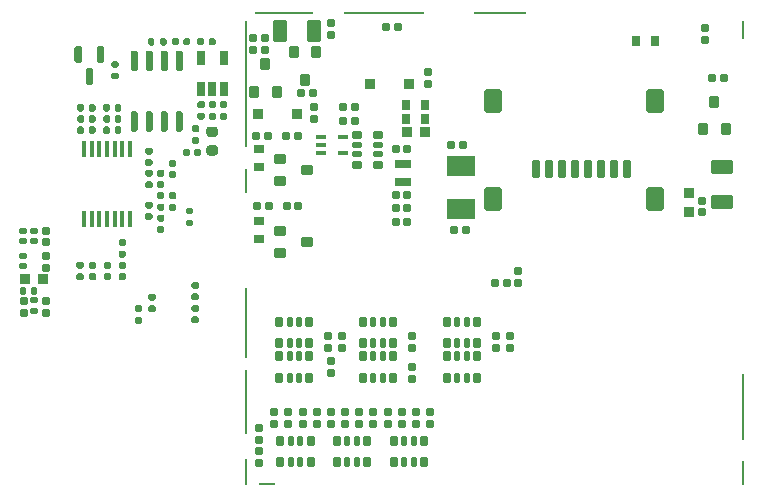
<source format=gbp>
G75*
G70*
%OFA0B0*%
%FSLAX25Y25*%
%IPPOS*%
%LPD*%
%AMOC8*
5,1,8,0,0,1.08239X$1,22.5*
%
%AMM1*
21,1,0.027560,0.018900,0.000000,0.000000,0.000000*
21,1,0.022840,0.023620,0.000000,0.000000,0.000000*
1,1,0.004720,0.011420,-0.009450*
1,1,0.004720,-0.011420,-0.009450*
1,1,0.004720,-0.011420,0.009450*
1,1,0.004720,0.011420,0.009450*
%
%AMM2*
21,1,0.027560,0.030710,0.000000,0.000000,0.000000*
21,1,0.022050,0.036220,0.000000,0.000000,0.000000*
1,1,0.005510,0.011020,-0.015350*
1,1,0.005510,-0.011020,-0.015350*
1,1,0.005510,-0.011020,0.015350*
1,1,0.005510,0.011020,0.015350*
%
%AMM3*
21,1,0.027560,0.018900,0.000000,0.000000,90.000000*
21,1,0.022840,0.023620,0.000000,0.000000,90.000000*
1,1,0.004720,0.009450,0.011420*
1,1,0.004720,0.009450,-0.011420*
1,1,0.004720,-0.009450,-0.011420*
1,1,0.004720,-0.009450,0.011420*
%
%AMM31*
21,1,0.025590,0.026380,0.000000,0.000000,0.000000*
21,1,0.020470,0.031500,0.000000,0.000000,0.000000*
1,1,0.005120,0.010240,-0.013190*
1,1,0.005120,-0.010240,-0.013190*
1,1,0.005120,-0.010240,0.013190*
1,1,0.005120,0.010240,0.013190*
%
%AMM32*
21,1,0.017720,0.027950,0.000000,0.000000,0.000000*
21,1,0.014170,0.031500,0.000000,0.000000,0.000000*
1,1,0.003540,0.007090,-0.013980*
1,1,0.003540,-0.007090,-0.013980*
1,1,0.003540,-0.007090,0.013980*
1,1,0.003540,0.007090,0.013980*
%
%AMM33*
21,1,0.078740,0.045670,0.000000,0.000000,90.000000*
21,1,0.067320,0.057090,0.000000,0.000000,90.000000*
1,1,0.011420,0.022840,0.033660*
1,1,0.011420,0.022840,-0.033660*
1,1,0.011420,-0.022840,-0.033660*
1,1,0.011420,-0.022840,0.033660*
%
%AMM34*
21,1,0.059060,0.020470,0.000000,0.000000,90.000000*
21,1,0.053940,0.025590,0.000000,0.000000,90.000000*
1,1,0.005120,0.010240,0.026970*
1,1,0.005120,0.010240,-0.026970*
1,1,0.005120,-0.010240,-0.026970*
1,1,0.005120,-0.010240,0.026970*
%
%AMM35*
21,1,0.035430,0.030320,0.000000,0.000000,180.000000*
21,1,0.028350,0.037400,0.000000,0.000000,180.000000*
1,1,0.007090,-0.014170,0.015160*
1,1,0.007090,0.014170,0.015160*
1,1,0.007090,0.014170,-0.015160*
1,1,0.007090,-0.014170,-0.015160*
%
%AMM36*
21,1,0.035830,0.026770,0.000000,0.000000,0.000000*
21,1,0.029130,0.033470,0.000000,0.000000,0.000000*
1,1,0.006690,0.014570,-0.013390*
1,1,0.006690,-0.014570,-0.013390*
1,1,0.006690,-0.014570,0.013390*
1,1,0.006690,0.014570,0.013390*
%
%AMM37*
21,1,0.070870,0.036220,0.000000,0.000000,0.000000*
21,1,0.061810,0.045280,0.000000,0.000000,0.000000*
1,1,0.009060,0.030910,-0.018110*
1,1,0.009060,-0.030910,-0.018110*
1,1,0.009060,-0.030910,0.018110*
1,1,0.009060,0.030910,0.018110*
%
%AMM38*
21,1,0.012600,0.028980,0.000000,0.000000,270.000000*
21,1,0.010080,0.031500,0.000000,0.000000,270.000000*
1,1,0.002520,-0.014490,-0.005040*
1,1,0.002520,-0.014490,0.005040*
1,1,0.002520,0.014490,0.005040*
1,1,0.002520,0.014490,-0.005040*
%
%AMM39*
21,1,0.025590,0.026380,0.000000,0.000000,270.000000*
21,1,0.020470,0.031500,0.000000,0.000000,270.000000*
1,1,0.005120,-0.013190,-0.010240*
1,1,0.005120,-0.013190,0.010240*
1,1,0.005120,0.013190,0.010240*
1,1,0.005120,0.013190,-0.010240*
%
%AMM4*
21,1,0.033470,0.026770,0.000000,0.000000,0.000000*
21,1,0.026770,0.033470,0.000000,0.000000,0.000000*
1,1,0.006690,0.013390,-0.013390*
1,1,0.006690,-0.013390,-0.013390*
1,1,0.006690,-0.013390,0.013390*
1,1,0.006690,0.013390,0.013390*
%
%AMM40*
21,1,0.017720,0.027950,0.000000,0.000000,270.000000*
21,1,0.014170,0.031500,0.000000,0.000000,270.000000*
1,1,0.003540,-0.013980,-0.007090*
1,1,0.003540,-0.013980,0.007090*
1,1,0.003540,0.013980,0.007090*
1,1,0.003540,0.013980,-0.007090*
%
%AMM41*
21,1,0.027560,0.049610,0.000000,0.000000,270.000000*
21,1,0.022050,0.055120,0.000000,0.000000,270.000000*
1,1,0.005510,-0.024800,-0.011020*
1,1,0.005510,-0.024800,0.011020*
1,1,0.005510,0.024800,0.011020*
1,1,0.005510,0.024800,-0.011020*
%
%AMM42*
21,1,0.070870,0.036220,0.000000,0.000000,90.000000*
21,1,0.061810,0.045280,0.000000,0.000000,90.000000*
1,1,0.009060,0.018110,0.030910*
1,1,0.009060,0.018110,-0.030910*
1,1,0.009060,-0.018110,-0.030910*
1,1,0.009060,-0.018110,0.030910*
%
%AMM43*
21,1,0.033470,0.026770,0.000000,0.000000,270.000000*
21,1,0.026770,0.033470,0.000000,0.000000,270.000000*
1,1,0.006690,-0.013390,-0.013390*
1,1,0.006690,-0.013390,0.013390*
1,1,0.006690,0.013390,0.013390*
1,1,0.006690,0.013390,-0.013390*
%
%AMM5*
21,1,0.027560,0.030710,0.000000,0.000000,90.000000*
21,1,0.022050,0.036220,0.000000,0.000000,90.000000*
1,1,0.005510,0.015350,0.011020*
1,1,0.005510,0.015350,-0.011020*
1,1,0.005510,-0.015350,-0.011020*
1,1,0.005510,-0.015350,0.011020*
%
%AMM6*
21,1,0.035430,0.030320,0.000000,0.000000,90.000000*
21,1,0.028350,0.037400,0.000000,0.000000,90.000000*
1,1,0.007090,0.015160,0.014170*
1,1,0.007090,0.015160,-0.014170*
1,1,0.007090,-0.015160,-0.014170*
1,1,0.007090,-0.015160,0.014170*
%
%AMM88*
21,1,0.023620,0.018900,0.000000,-0.000000,90.000000*
21,1,0.018900,0.023620,0.000000,-0.000000,90.000000*
1,1,0.004720,0.009450,0.009450*
1,1,0.004720,0.009450,-0.009450*
1,1,0.004720,-0.009450,-0.009450*
1,1,0.004720,-0.009450,0.009450*
%
%AMM89*
21,1,0.019680,0.019680,0.000000,-0.000000,180.000000*
21,1,0.015750,0.023620,0.000000,-0.000000,180.000000*
1,1,0.003940,-0.007870,0.009840*
1,1,0.003940,0.007870,0.009840*
1,1,0.003940,0.007870,-0.009840*
1,1,0.003940,-0.007870,-0.009840*
%
%AMM90*
21,1,0.033470,0.026770,0.000000,-0.000000,180.000000*
21,1,0.026770,0.033470,0.000000,-0.000000,180.000000*
1,1,0.006690,-0.013390,0.013390*
1,1,0.006690,0.013390,0.013390*
1,1,0.006690,0.013390,-0.013390*
1,1,0.006690,-0.013390,-0.013390*
%
%AMM91*
21,1,0.019680,0.019680,0.000000,-0.000000,270.000000*
21,1,0.015750,0.023620,0.000000,-0.000000,270.000000*
1,1,0.003940,-0.009840,-0.007870*
1,1,0.003940,-0.009840,0.007870*
1,1,0.003940,0.009840,0.007870*
1,1,0.003940,0.009840,-0.007870*
%
%ADD107M31*%
%ADD108M32*%
%ADD109M33*%
%ADD110M34*%
%ADD111M35*%
%ADD112M36*%
%ADD113M37*%
%ADD114M38*%
%ADD116R,0.09449X0.06693*%
%ADD117M39*%
%ADD118M40*%
%ADD119M41*%
%ADD120M42*%
%ADD121M43*%
%ADD18R,0.00787X0.09055*%
%ADD185R,0.01772X0.05709*%
%ADD186R,0.02559X0.04803*%
%ADD19R,0.00787X0.42126*%
%ADD20R,0.00787X0.08268*%
%ADD21R,0.00787X0.23622*%
%ADD210M88*%
%ADD211M89*%
%ADD212M90*%
%ADD213M91*%
%ADD22R,0.00787X0.21260*%
%ADD23R,0.05512X0.00787*%
%ADD24R,0.19685X0.00787*%
%ADD25R,0.26772X0.00787*%
%ADD26R,0.17717X0.00787*%
%ADD27R,0.00787X0.06299*%
%ADD28R,0.00787X0.22441*%
%ADD29R,0.00787X0.07874*%
%ADD45M1*%
%ADD47M2*%
%ADD48M3*%
%ADD51M4*%
%ADD52M5*%
%ADD54M6*%
X0000000Y0000000D02*
%LPD*%
G01*
D18*
X0194252Y0120591D03*
D19*
X0194252Y0249724D03*
D20*
X0194252Y0217441D03*
D21*
X0194252Y0170000D03*
D22*
X0194252Y0143622D03*
D23*
X0201339Y0116457D03*
D24*
X0206850Y0273543D03*
D25*
X0240315Y0273543D03*
D26*
X0279095Y0273543D03*
D27*
X0360000Y0267638D03*
D28*
X0360000Y0142244D03*
D29*
X0360000Y0120000D03*
X0193858Y0116063D02*
G01*
G75*
D45*
X0226141Y0161732D02*
D03*
X0226141Y0165669D02*
D03*
X0346220Y0210945D02*
D03*
X0346220Y0207008D02*
D03*
X0222500Y0270197D02*
D03*
X0222500Y0266260D02*
D03*
X0222795Y0153465D02*
D03*
X0222795Y0157402D02*
D03*
X0217086Y0242047D02*
D03*
X0217086Y0238110D02*
D03*
X0196614Y0261142D02*
D03*
X0196614Y0265079D02*
D03*
X0254882Y0249921D02*
D03*
X0254882Y0253858D02*
D03*
X0285099Y0183484D02*
D03*
X0285099Y0187421D02*
D03*
X0347158Y0264506D02*
D03*
X0347158Y0268443D02*
D03*
X0200748Y0261142D02*
D03*
X0200748Y0265079D02*
D03*
X0241496Y0140472D02*
D03*
X0241496Y0136535D02*
D03*
X0246220Y0140472D02*
D03*
X0246220Y0136535D02*
D03*
X0250945Y0140472D02*
D03*
X0250945Y0136535D02*
D03*
X0255669Y0140472D02*
D03*
X0255669Y0136535D02*
D03*
X0221614Y0161732D02*
D03*
X0221614Y0165669D02*
D03*
X0277519Y0161732D02*
D03*
X0277519Y0165669D02*
D03*
X0249567Y0161732D02*
D03*
X0249567Y0165669D02*
D03*
X0217874Y0140472D02*
D03*
X0217874Y0136535D02*
D03*
X0213150Y0140472D02*
D03*
X0213150Y0136535D02*
D03*
X0208425Y0140472D02*
D03*
X0208425Y0136535D02*
D03*
X0203701Y0140472D02*
D03*
X0203701Y0136535D02*
D03*
X0236772Y0140472D02*
D03*
X0236772Y0136535D02*
D03*
X0232047Y0140472D02*
D03*
X0232047Y0136535D02*
D03*
X0227323Y0140472D02*
D03*
X0227323Y0136535D02*
D03*
X0222598Y0140472D02*
D03*
X0222598Y0136535D02*
D03*
X0282441Y0161732D02*
D03*
X0282441Y0165669D02*
D03*
X0198582Y0131220D02*
D03*
X0198582Y0135157D02*
D03*
X0249567Y0151496D02*
D03*
X0249567Y0155433D02*
D03*
X0198582Y0123543D02*
D03*
X0198582Y0127480D02*
D03*
D47*
X0254095Y0242835D02*
D03*
X0247795Y0242835D02*
D03*
X0254095Y0238209D02*
D03*
X0247795Y0238209D02*
D03*
X0324370Y0264094D02*
D03*
X0330669Y0264094D02*
D03*
D48*
X0353701Y0251693D02*
D03*
X0349763Y0251693D02*
D03*
X0212601Y0246872D02*
D03*
X0216538Y0246872D02*
D03*
X0230472Y0242244D02*
D03*
X0226535Y0242244D02*
D03*
X0230472Y0237520D02*
D03*
X0226535Y0237520D02*
D03*
X0263543Y0201102D02*
D03*
X0267480Y0201102D02*
D03*
X0262756Y0229449D02*
D03*
X0266693Y0229449D02*
D03*
X0244842Y0268622D02*
D03*
X0240905Y0268622D02*
D03*
X0201929Y0208974D02*
D03*
X0197992Y0208974D02*
D03*
X0207834Y0208974D02*
D03*
X0211771Y0208974D02*
D03*
X0248090Y0203858D02*
D03*
X0244153Y0203858D02*
D03*
X0248090Y0228071D02*
D03*
X0244153Y0228071D02*
D03*
X0248090Y0212716D02*
D03*
X0244153Y0212716D02*
D03*
X0277224Y0183484D02*
D03*
X0281161Y0183484D02*
D03*
X0248090Y0208386D02*
D03*
X0244153Y0208386D02*
D03*
X0201732Y0232598D02*
D03*
X0197795Y0232598D02*
D03*
X0207638Y0232598D02*
D03*
X0211575Y0232598D02*
D03*
D51*
X0247835Y0233878D02*
D03*
X0254055Y0233878D02*
D03*
D52*
X0198583Y0204252D02*
D03*
X0198583Y0197953D02*
D03*
X0198583Y0228268D02*
D03*
X0198583Y0221968D02*
D03*
D22*
X0194252Y0143622D02*
D03*
D18*
X0194252Y0120591D02*
D03*
D21*
X0194252Y0170000D02*
D03*
D29*
X0360000Y0120000D02*
D03*
D20*
X0194252Y0217441D02*
D03*
D19*
X0194252Y0249724D02*
D03*
D24*
X0206850Y0273543D02*
D03*
D25*
X0240315Y0273543D02*
D03*
D26*
X0279094Y0273543D02*
D03*
D28*
X0360000Y0142244D02*
D03*
D27*
X0360000Y0267638D02*
D03*
D23*
X0201338Y0116457D02*
D03*
D54*
X0205473Y0193290D02*
D03*
X0214725Y0197030D02*
D03*
X0205473Y0217305D02*
D03*
X0214725Y0221045D02*
D03*
D54*
X0205473Y0200770D02*
D03*
X0205473Y0224786D02*
D03*
D107*
X0271319Y0170394D02*
D03*
X0271319Y0163307D02*
D03*
X0261279Y0163307D02*
D03*
X0261279Y0170394D02*
D03*
X0261279Y0151889D02*
D03*
X0261279Y0158976D02*
D03*
X0271319Y0158976D02*
D03*
X0271319Y0151889D02*
D03*
X0243563Y0123740D02*
D03*
X0243563Y0130827D02*
D03*
X0253602Y0130827D02*
D03*
X0253602Y0123740D02*
D03*
X0215413Y0151890D02*
D03*
X0215413Y0158976D02*
D03*
X0205374Y0158976D02*
D03*
X0205374Y0151890D02*
D03*
X0205374Y0170394D02*
D03*
X0205374Y0163307D02*
D03*
X0215413Y0163307D02*
D03*
X0215413Y0170394D02*
D03*
X0243366Y0151890D02*
D03*
X0243366Y0158976D02*
D03*
X0233327Y0158976D02*
D03*
X0233327Y0151890D02*
D03*
X0233327Y0170394D02*
D03*
X0233327Y0163307D02*
D03*
X0243366Y0163307D02*
D03*
X0243366Y0170394D02*
D03*
X0205768Y0123740D02*
D03*
X0205768Y0130827D02*
D03*
X0215807Y0130827D02*
D03*
X0215807Y0123740D02*
D03*
X0224665Y0123740D02*
D03*
X0224665Y0130827D02*
D03*
X0234704Y0130827D02*
D03*
X0234704Y0123740D02*
D03*
D108*
X0264724Y0163307D02*
D03*
X0267874Y0163307D02*
D03*
X0267874Y0170394D02*
D03*
X0264724Y0170394D02*
D03*
X0267874Y0158976D02*
D03*
X0264724Y0158976D02*
D03*
X0264724Y0151889D02*
D03*
X0267874Y0151889D02*
D03*
X0250157Y0130827D02*
D03*
X0247008Y0130827D02*
D03*
X0247008Y0123740D02*
D03*
X0250157Y0123740D02*
D03*
X0211968Y0151890D02*
D03*
X0208819Y0151890D02*
D03*
X0208819Y0158976D02*
D03*
X0211968Y0158976D02*
D03*
X0208819Y0170394D02*
D03*
X0211968Y0170394D02*
D03*
X0211968Y0163307D02*
D03*
X0208819Y0163307D02*
D03*
X0239921Y0151890D02*
D03*
X0236771Y0151890D02*
D03*
X0236771Y0158976D02*
D03*
X0239921Y0158976D02*
D03*
X0236771Y0170394D02*
D03*
X0239921Y0170394D02*
D03*
X0239921Y0163307D02*
D03*
X0236771Y0163307D02*
D03*
X0212362Y0130827D02*
D03*
X0209213Y0130827D02*
D03*
X0209213Y0123740D02*
D03*
X0212362Y0123740D02*
D03*
X0231260Y0130827D02*
D03*
X0228110Y0130827D02*
D03*
X0228110Y0123740D02*
D03*
X0231260Y0123740D02*
D03*
D109*
X0276536Y0211351D02*
D03*
X0276536Y0244028D02*
D03*
X0330669Y0244028D02*
D03*
X0330669Y0211351D02*
D03*
D110*
X0321299Y0221587D02*
D03*
X0316969Y0221587D02*
D03*
X0312638Y0221587D02*
D03*
X0308307Y0221587D02*
D03*
X0303976Y0221587D02*
D03*
X0299646Y0221587D02*
D03*
X0295315Y0221587D02*
D03*
X0290984Y0221587D02*
D03*
D111*
X0350438Y0243934D02*
D03*
X0354178Y0234682D02*
D03*
X0204488Y0247047D02*
D03*
X0200748Y0256299D02*
D03*
X0210197Y0260472D02*
D03*
X0213937Y0251221D02*
D03*
D111*
X0346698Y0234682D02*
D03*
X0197008Y0247047D02*
D03*
X0217677Y0260473D02*
D03*
D112*
X0198189Y0239685D02*
D03*
X0211181Y0239685D02*
D03*
X0235590Y0249921D02*
D03*
X0248583Y0249921D02*
D03*
D113*
X0352913Y0210551D02*
D03*
X0352913Y0221968D02*
D03*
D114*
X0219252Y0226890D02*
D03*
X0219252Y0229449D02*
D03*
X0219252Y0232008D02*
D03*
X0226732Y0232008D02*
D03*
X0226732Y0226890D02*
D03*
D116*
X0265906Y0222559D02*
D03*
X0265906Y0207992D02*
D03*
D117*
X0238346Y0222854D02*
D03*
X0231260Y0222854D02*
D03*
X0231260Y0232894D02*
D03*
X0238346Y0232894D02*
D03*
D118*
X0231260Y0229449D02*
D03*
X0231260Y0226299D02*
D03*
X0238346Y0226299D02*
D03*
X0238346Y0229449D02*
D03*
D119*
X0246614Y0223150D02*
D03*
X0246614Y0217244D02*
D03*
D120*
X0205669Y0267441D02*
D03*
X0217086Y0267441D02*
D03*
D121*
X0342086Y0207244D02*
D03*
X0342086Y0213465D02*
D03*
X0135157Y0270197D02*
%LPD*%
G01*
G36*
G01*
X0142516Y0190492D02*
X0143874Y0190492D01*
G75*
G02*
X0144455Y0189912I0000000J-000581D01*
G01*
X0144455Y0188750D01*
G75*
G02*
X0143874Y0188169I-000581J0000000D01*
G01*
X0142516Y0188169D01*
G75*
G02*
X0141935Y0188750I0000000J0000581D01*
G01*
X0141935Y0189912D01*
G75*
G02*
X0142516Y0190492I0000581J0000000D01*
G01*
G37*
G36*
G01*
X0142516Y0186673D02*
X0143874Y0186673D01*
G75*
G02*
X0144455Y0186093I0000000J-000581D01*
G01*
X0144455Y0184931D01*
G75*
G02*
X0143874Y0184351I-000581J0000000D01*
G01*
X0142516Y0184351D01*
G75*
G02*
X0141935Y0184931I0000000J0000581D01*
G01*
X0141935Y0186093D01*
G75*
G02*
X0142516Y0186673I0000581J0000000D01*
G01*
G37*
G36*
G01*
X0157805Y0176024D02*
X0159163Y0176024D01*
G75*
G02*
X0159744Y0175443I0000000J-000581D01*
G01*
X0159744Y0174282D01*
G75*
G02*
X0159163Y0173701I-000581J0000000D01*
G01*
X0157805Y0173701D01*
G75*
G02*
X0157224Y0174282I0000000J0000581D01*
G01*
X0157224Y0175443D01*
G75*
G02*
X0157805Y0176024I0000581J0000000D01*
G01*
G37*
G36*
G01*
X0157805Y0172205D02*
X0159163Y0172205D01*
G75*
G02*
X0159744Y0171624I0000000J-000581D01*
G01*
X0159744Y0170463D01*
G75*
G02*
X0159163Y0169882I-000581J0000000D01*
G01*
X0157805Y0169882D01*
G75*
G02*
X0157224Y0170463I0000000J0000581D01*
G01*
X0157224Y0171624D01*
G75*
G02*
X0157805Y0172205I0000581J0000000D01*
G01*
G37*
G36*
G01*
X0184001Y0225906D02*
X0181983Y0225906D01*
G75*
G02*
X0181122Y0226767I0000000J0000861D01*
G01*
X0181122Y0228489D01*
G75*
G02*
X0181983Y0229351I0000861J0000000D01*
G01*
X0184001Y0229351D01*
G75*
G02*
X0184862Y0228489I0000000J-000861D01*
G01*
X0184862Y0226767D01*
G75*
G02*
X0184001Y0225906I-000861J0000000D01*
G01*
G37*
G36*
G01*
X0184001Y0232106D02*
X0181983Y0232106D01*
G75*
G02*
X0181122Y0232968I0000000J0000861D01*
G01*
X0181122Y0234690D01*
G75*
G02*
X0181983Y0235551I0000861J0000000D01*
G01*
X0184001Y0235551D01*
G75*
G02*
X0184862Y0234690I0000000J-000861D01*
G01*
X0184862Y0232968D01*
G75*
G02*
X0184001Y0232106I-000861J0000000D01*
G01*
G37*
G36*
G01*
X0139675Y0184351D02*
X0138316Y0184351D01*
G75*
G02*
X0137736Y0184931I0000000J0000581D01*
G01*
X0137736Y0186093D01*
G75*
G02*
X0138316Y0186673I0000581J0000000D01*
G01*
X0139675Y0186673D01*
G75*
G02*
X0140255Y0186093I0000000J-000581D01*
G01*
X0140255Y0184931D01*
G75*
G02*
X0139675Y0184351I-000581J0000000D01*
G01*
G37*
G36*
G01*
X0139675Y0188169D02*
X0138316Y0188169D01*
G75*
G02*
X0137736Y0188750I0000000J0000581D01*
G01*
X0137736Y0189912D01*
G75*
G02*
X0138316Y0190492I0000581J0000000D01*
G01*
X0139675Y0190492D01*
G75*
G02*
X0140255Y0189912I0000000J-000581D01*
G01*
X0140255Y0188750D01*
G75*
G02*
X0139675Y0188169I-000581J0000000D01*
G01*
G37*
G36*
G01*
X0178671Y0244052D02*
X0180029Y0244052D01*
G75*
G02*
X0180610Y0243472I0000000J-000581D01*
G01*
X0180610Y0242310D01*
G75*
G02*
X0180029Y0241730I-000581J0000000D01*
G01*
X0178671Y0241730D01*
G75*
G02*
X0178090Y0242310I0000000J0000581D01*
G01*
X0178090Y0243472D01*
G75*
G02*
X0178671Y0244052I0000581J0000000D01*
G01*
G37*
G36*
G01*
X0178671Y0240234D02*
X0180029Y0240234D01*
G75*
G02*
X0180610Y0239653I0000000J-000581D01*
G01*
X0180610Y0238491D01*
G75*
G02*
X0180029Y0237911I-000581J0000000D01*
G01*
X0178671Y0237911D01*
G75*
G02*
X0178090Y0238491I0000000J0000581D01*
G01*
X0178090Y0239653D01*
G75*
G02*
X0178671Y0240234I0000581J0000000D01*
G01*
G37*
G36*
G01*
X0176801Y0235965D02*
X0178159Y0235965D01*
G75*
G02*
X0178740Y0235384I0000000J-000581D01*
G01*
X0178740Y0234223D01*
G75*
G02*
X0178159Y0233642I-000581J0000000D01*
G01*
X0176801Y0233642D01*
G75*
G02*
X0176220Y0234223I0000000J0000581D01*
G01*
X0176220Y0235384D01*
G75*
G02*
X0176801Y0235965I0000581J0000000D01*
G01*
G37*
G36*
G01*
X0176801Y0232146D02*
X0178159Y0232146D01*
G75*
G02*
X0178740Y0231565I0000000J-000581D01*
G01*
X0178740Y0230404D01*
G75*
G02*
X0178159Y0229823I-000581J0000000D01*
G01*
X0176801Y0229823D01*
G75*
G02*
X0176220Y0230404I0000000J0000581D01*
G01*
X0176220Y0231565D01*
G75*
G02*
X0176801Y0232146I0000581J0000000D01*
G01*
G37*
G36*
G01*
X0184133Y0264577D02*
X0184133Y0263219D01*
G75*
G02*
X0183553Y0262638I-000581J0000000D01*
G01*
X0182391Y0262638D01*
G75*
G02*
X0181811Y0263219I0000000J0000581D01*
G01*
X0181811Y0264577D01*
G75*
G02*
X0182391Y0265158I0000581J0000000D01*
G01*
X0183553Y0265158D01*
G75*
G02*
X0184133Y0264577I0000000J-000581D01*
G01*
G37*
G36*
G01*
X0180314Y0264577D02*
X0180314Y0263219D01*
G75*
G02*
X0179734Y0262638I-000581J0000000D01*
G01*
X0178572Y0262638D01*
G75*
G02*
X0177992Y0263219I0000000J0000581D01*
G01*
X0177992Y0264577D01*
G75*
G02*
X0178572Y0265158I0000581J0000000D01*
G01*
X0179734Y0265158D01*
G75*
G02*
X0180314Y0264577I0000000J-000581D01*
G01*
G37*
G36*
G01*
X0166545Y0215059D02*
X0165187Y0215059D01*
G75*
G02*
X0164606Y0215640I0000000J0000581D01*
G01*
X0164606Y0216801D01*
G75*
G02*
X0165187Y0217382I0000581J0000000D01*
G01*
X0166545Y0217382D01*
G75*
G02*
X0167126Y0216801I0000000J-000581D01*
G01*
X0167126Y0215640D01*
G75*
G02*
X0166545Y0215059I-000581J0000000D01*
G01*
G37*
G36*
G01*
X0166545Y0218878D02*
X0165187Y0218878D01*
G75*
G02*
X0164606Y0219459I0000000J0000581D01*
G01*
X0164606Y0220620D01*
G75*
G02*
X0165187Y0221201I0000581J0000000D01*
G01*
X0166545Y0221201D01*
G75*
G02*
X0167126Y0220620I0000000J-000581D01*
G01*
X0167126Y0219459D01*
G75*
G02*
X0166545Y0218878I-000581J0000000D01*
G01*
G37*
G36*
G01*
X0161250Y0221201D02*
X0162608Y0221201D01*
G75*
G02*
X0163188Y0220620I0000000J-000581D01*
G01*
X0163188Y0219459D01*
G75*
G02*
X0162608Y0218878I-000581J0000000D01*
G01*
X0161250Y0218878D01*
G75*
G02*
X0160669Y0219459I0000000J0000581D01*
G01*
X0160669Y0220620D01*
G75*
G02*
X0161250Y0221201I0000581J0000000D01*
G01*
G37*
G36*
G01*
X0161250Y0217382D02*
X0162608Y0217382D01*
G75*
G02*
X0163188Y0216801I0000000J-000581D01*
G01*
X0163188Y0215640D01*
G75*
G02*
X0162608Y0215059I-000581J0000000D01*
G01*
X0161250Y0215059D01*
G75*
G02*
X0160669Y0215640I0000000J0000581D01*
G01*
X0160669Y0216801D01*
G75*
G02*
X0161250Y0217382I0000581J0000000D01*
G01*
G37*
G36*
G01*
X0163690Y0173721D02*
X0162332Y0173721D01*
G75*
G02*
X0161751Y0174301I0000000J0000581D01*
G01*
X0161751Y0175463D01*
G75*
G02*
X0162332Y0176043I0000581J0000000D01*
G01*
X0163690Y0176043D01*
G75*
G02*
X0164271Y0175463I0000000J-000581D01*
G01*
X0164271Y0174301D01*
G75*
G02*
X0163690Y0173721I-000581J0000000D01*
G01*
G37*
G36*
G01*
X0163690Y0177540D02*
X0162332Y0177540D01*
G75*
G02*
X0161751Y0178120I0000000J0000581D01*
G01*
X0161751Y0179282D01*
G75*
G02*
X0162332Y0179862I0000581J0000000D01*
G01*
X0163690Y0179862D01*
G75*
G02*
X0164271Y0179282I0000000J-000581D01*
G01*
X0164271Y0178120D01*
G75*
G02*
X0163690Y0177540I-000581J0000000D01*
G01*
G37*
D185*
X0140275Y0228071D03*
X0142834Y0228071D03*
X0145393Y0228071D03*
X0147952Y0228071D03*
X0150511Y0228071D03*
X0153070Y0228071D03*
X0155629Y0228071D03*
X0155629Y0204843D03*
X0153070Y0204843D03*
X0150511Y0204843D03*
X0147952Y0204843D03*
X0145393Y0204843D03*
X0142834Y0204843D03*
X0140275Y0204843D03*
G36*
G01*
X0183769Y0237894D02*
X0182411Y0237894D01*
G75*
G02*
X0181830Y0238475I0000000J0000581D01*
G01*
X0181830Y0239636D01*
G75*
G02*
X0182411Y0240217I0000581J0000000D01*
G01*
X0183769Y0240217D01*
G75*
G02*
X0184350Y0239636I0000000J-000581D01*
G01*
X0184350Y0238475D01*
G75*
G02*
X0183769Y0237894I-000581J0000000D01*
G01*
G37*
G36*
G01*
X0183769Y0241713D02*
X0182411Y0241713D01*
G75*
G02*
X0181830Y0242293I0000000J0000581D01*
G01*
X0181830Y0243455D01*
G75*
G02*
X0182411Y0244036I0000581J0000000D01*
G01*
X0183769Y0244036D01*
G75*
G02*
X0184350Y0243455I0000000J-000581D01*
G01*
X0184350Y0242293D01*
G75*
G02*
X0183769Y0241713I-000581J0000000D01*
G01*
G37*
G36*
G01*
X0186151Y0244036D02*
X0187509Y0244036D01*
G75*
G02*
X0188090Y0243455I0000000J-000581D01*
G01*
X0188090Y0242293D01*
G75*
G02*
X0187509Y0241713I-000581J0000000D01*
G01*
X0186151Y0241713D01*
G75*
G02*
X0185570Y0242293I0000000J0000581D01*
G01*
X0185570Y0243455D01*
G75*
G02*
X0186151Y0244036I0000581J0000000D01*
G01*
G37*
G36*
G01*
X0186151Y0240217D02*
X0187509Y0240217D01*
G75*
G02*
X0188090Y0239636I0000000J-000581D01*
G01*
X0188090Y0238475D01*
G75*
G02*
X0187509Y0237894I-000581J0000000D01*
G01*
X0186151Y0237894D01*
G75*
G02*
X0185570Y0238475I0000000J0000581D01*
G01*
X0185570Y0239636D01*
G75*
G02*
X0186151Y0240217I0000581J0000000D01*
G01*
G37*
G36*
G01*
X0176702Y0183799D02*
X0178061Y0183799D01*
G75*
G02*
X0178641Y0183219I0000000J-000581D01*
G01*
X0178641Y0182057D01*
G75*
G02*
X0178061Y0181477I-000581J0000000D01*
G01*
X0176702Y0181477D01*
G75*
G02*
X0176122Y0182057I0000000J0000581D01*
G01*
X0176122Y0183219D01*
G75*
G02*
X0176702Y0183799I0000581J0000000D01*
G01*
G37*
G36*
G01*
X0176702Y0179980D02*
X0178061Y0179980D01*
G75*
G02*
X0178641Y0179400I0000000J-000581D01*
G01*
X0178641Y0178238D01*
G75*
G02*
X0178061Y0177658I-000581J0000000D01*
G01*
X0176702Y0177658D01*
G75*
G02*
X0176122Y0178238I0000000J0000581D01*
G01*
X0176122Y0179400D01*
G75*
G02*
X0176702Y0179980I0000581J0000000D01*
G01*
G37*
G36*
G01*
X0147404Y0190492D02*
X0148763Y0190492D01*
G75*
G02*
X0149343Y0189912I0000000J-000581D01*
G01*
X0149343Y0188750D01*
G75*
G02*
X0148763Y0188169I-000581J0000000D01*
G01*
X0147404Y0188169D01*
G75*
G02*
X0146824Y0188750I0000000J0000581D01*
G01*
X0146824Y0189912D01*
G75*
G02*
X0147404Y0190492I0000581J0000000D01*
G01*
G37*
G36*
G01*
X0147404Y0186673D02*
X0148763Y0186673D01*
G75*
G02*
X0149343Y0186093I0000000J-000581D01*
G01*
X0149343Y0184931D01*
G75*
G02*
X0148763Y0184351I-000581J0000000D01*
G01*
X0147404Y0184351D01*
G75*
G02*
X0146824Y0184931I0000000J0000581D01*
G01*
X0146824Y0186093D01*
G75*
G02*
X0147404Y0186673I0000581J0000000D01*
G01*
G37*
G36*
G01*
X0170482Y0218307D02*
X0169124Y0218307D01*
G75*
G02*
X0168543Y0218888I0000000J0000581D01*
G01*
X0168543Y0220049D01*
G75*
G02*
X0169124Y0220630I0000581J0000000D01*
G01*
X0170482Y0220630D01*
G75*
G02*
X0171063Y0220049I0000000J-000581D01*
G01*
X0171063Y0218888D01*
G75*
G02*
X0170482Y0218307I-000581J0000000D01*
G01*
G37*
G36*
G01*
X0170482Y0222126D02*
X0169124Y0222126D01*
G75*
G02*
X0168543Y0222707I0000000J0000581D01*
G01*
X0168543Y0223868D01*
G75*
G02*
X0169124Y0224449I0000581J0000000D01*
G01*
X0170482Y0224449D01*
G75*
G02*
X0171063Y0223868I0000000J-000581D01*
G01*
X0171063Y0222707D01*
G75*
G02*
X0170482Y0222126I-000581J0000000D01*
G01*
G37*
G36*
G01*
X0178061Y0169980D02*
X0176702Y0169980D01*
G75*
G02*
X0176122Y0170561I0000000J0000581D01*
G01*
X0176122Y0171723D01*
G75*
G02*
X0176702Y0172303I0000581J0000000D01*
G01*
X0178061Y0172303D01*
G75*
G02*
X0178641Y0171723I0000000J-000581D01*
G01*
X0178641Y0170561D01*
G75*
G02*
X0178061Y0169980I-000581J0000000D01*
G01*
G37*
G36*
G01*
X0178061Y0173799D02*
X0176702Y0173799D01*
G75*
G02*
X0176122Y0174380I0000000J0000581D01*
G01*
X0176122Y0175541D01*
G75*
G02*
X0176702Y0176122I0000581J0000000D01*
G01*
X0178061Y0176122D01*
G75*
G02*
X0178641Y0175541I0000000J-000581D01*
G01*
X0178641Y0174380D01*
G75*
G02*
X0178061Y0173799I-000581J0000000D01*
G01*
G37*
G36*
G01*
X0162608Y0222441D02*
X0161250Y0222441D01*
G75*
G02*
X0160669Y0223022I0000000J0000581D01*
G01*
X0160669Y0224183D01*
G75*
G02*
X0161250Y0224764I0000581J0000000D01*
G01*
X0162608Y0224764D01*
G75*
G02*
X0163188Y0224183I0000000J-000581D01*
G01*
X0163188Y0223022D01*
G75*
G02*
X0162608Y0222441I-000581J0000000D01*
G01*
G37*
G36*
G01*
X0162608Y0226260D02*
X0161250Y0226260D01*
G75*
G02*
X0160669Y0226841I0000000J0000581D01*
G01*
X0160669Y0228002D01*
G75*
G02*
X0161250Y0228583I0000581J0000000D01*
G01*
X0162608Y0228583D01*
G75*
G02*
X0163188Y0228002I0000000J-000581D01*
G01*
X0163188Y0226841D01*
G75*
G02*
X0162608Y0226260I-000581J0000000D01*
G01*
G37*
G36*
G01*
X0137992Y0233691D02*
X0137992Y0235049D01*
G75*
G02*
X0138572Y0235630I0000581J0000000D01*
G01*
X0139734Y0235630D01*
G75*
G02*
X0140314Y0235049I0000000J-000581D01*
G01*
X0140314Y0233691D01*
G75*
G02*
X0139734Y0233110I-000581J0000000D01*
G01*
X0138572Y0233110D01*
G75*
G02*
X0137992Y0233691I0000000J0000581D01*
G01*
G37*
G36*
G01*
X0141811Y0233691D02*
X0141811Y0235049D01*
G75*
G02*
X0142391Y0235630I0000581J0000000D01*
G01*
X0143553Y0235630D01*
G75*
G02*
X0144133Y0235049I0000000J-000581D01*
G01*
X0144133Y0233691D01*
G75*
G02*
X0143553Y0233110I-000581J0000000D01*
G01*
X0142391Y0233110D01*
G75*
G02*
X0141811Y0233691I0000000J0000581D01*
G01*
G37*
G36*
G01*
X0166545Y0207579D02*
X0165187Y0207579D01*
G75*
G02*
X0164606Y0208160I0000000J0000581D01*
G01*
X0164606Y0209321D01*
G75*
G02*
X0165187Y0209902I0000581J0000000D01*
G01*
X0166545Y0209902D01*
G75*
G02*
X0167126Y0209321I0000000J-000581D01*
G01*
X0167126Y0208160D01*
G75*
G02*
X0166545Y0207579I-000581J0000000D01*
G01*
G37*
G36*
G01*
X0166545Y0211398D02*
X0165187Y0211398D01*
G75*
G02*
X0164606Y0211978I0000000J0000581D01*
G01*
X0164606Y0213140D01*
G75*
G02*
X0165187Y0213721I0000581J0000000D01*
G01*
X0166545Y0213721D01*
G75*
G02*
X0167126Y0213140I0000000J-000581D01*
G01*
X0167126Y0211978D01*
G75*
G02*
X0166545Y0211398I-000581J0000000D01*
G01*
G37*
G36*
G01*
X0165187Y0206240D02*
X0166545Y0206240D01*
G75*
G02*
X0167126Y0205660I0000000J-000581D01*
G01*
X0167126Y0204498D01*
G75*
G02*
X0166545Y0203917I-000581J0000000D01*
G01*
X0165187Y0203917D01*
G75*
G02*
X0164606Y0204498I0000000J0000581D01*
G01*
X0164606Y0205660D01*
G75*
G02*
X0165187Y0206240I0000581J0000000D01*
G01*
G37*
G36*
G01*
X0165187Y0202421D02*
X0166545Y0202421D01*
G75*
G02*
X0167126Y0201841I0000000J-000581D01*
G01*
X0167126Y0200679D01*
G75*
G02*
X0166545Y0200099I-000581J0000000D01*
G01*
X0165187Y0200099D01*
G75*
G02*
X0164606Y0200679I0000000J0000581D01*
G01*
X0164606Y0201841D01*
G75*
G02*
X0165187Y0202421I0000581J0000000D01*
G01*
G37*
G36*
G01*
X0137992Y0237431D02*
X0137992Y0238790D01*
G75*
G02*
X0138572Y0239370I0000581J0000000D01*
G01*
X0139734Y0239370D01*
G75*
G02*
X0140314Y0238790I0000000J-000581D01*
G01*
X0140314Y0237431D01*
G75*
G02*
X0139734Y0236851I-000581J0000000D01*
G01*
X0138572Y0236851D01*
G75*
G02*
X0137992Y0237431I0000000J0000581D01*
G01*
G37*
G36*
G01*
X0141811Y0237431D02*
X0141811Y0238790D01*
G75*
G02*
X0142391Y0239370I0000581J0000000D01*
G01*
X0143553Y0239370D01*
G75*
G02*
X0144133Y0238790I0000000J-000581D01*
G01*
X0144133Y0237431D01*
G75*
G02*
X0143553Y0236851I-000581J0000000D01*
G01*
X0142391Y0236851D01*
G75*
G02*
X0141811Y0237431I0000000J0000581D01*
G01*
G37*
D186*
X0186830Y0248110D03*
X0183090Y0248110D03*
X0179350Y0248110D03*
X0179350Y0258425D03*
X0186830Y0258425D03*
G36*
G01*
X0169124Y0213622D02*
X0170482Y0213622D01*
G75*
G02*
X0171063Y0213041I0000000J-000581D01*
G01*
X0171063Y0211880D01*
G75*
G02*
X0170482Y0211299I-000581J0000000D01*
G01*
X0169124Y0211299D01*
G75*
G02*
X0168543Y0211880I0000000J0000581D01*
G01*
X0168543Y0213041D01*
G75*
G02*
X0169124Y0213622I0000581J0000000D01*
G01*
G37*
G36*
G01*
X0169124Y0209803D02*
X0170482Y0209803D01*
G75*
G02*
X0171063Y0209223I0000000J-000581D01*
G01*
X0171063Y0208061D01*
G75*
G02*
X0170482Y0207480I-000581J0000000D01*
G01*
X0169124Y0207480D01*
G75*
G02*
X0168543Y0208061I0000000J0000581D01*
G01*
X0168543Y0209223D01*
G75*
G02*
X0169124Y0209803I0000581J0000000D01*
G01*
G37*
G36*
G01*
X0173228Y0226211D02*
X0173228Y0227569D01*
G75*
G02*
X0173809Y0228150I0000581J0000000D01*
G01*
X0174970Y0228150D01*
G75*
G02*
X0175551Y0227569I0000000J-000581D01*
G01*
X0175551Y0226211D01*
G75*
G02*
X0174970Y0225630I-000581J0000000D01*
G01*
X0173809Y0225630D01*
G75*
G02*
X0173228Y0226211I0000000J0000581D01*
G01*
G37*
G36*
G01*
X0177047Y0226211D02*
X0177047Y0227569D01*
G75*
G02*
X0177627Y0228150I0000581J0000000D01*
G01*
X0178789Y0228150D01*
G75*
G02*
X0179370Y0227569I0000000J-000581D01*
G01*
X0179370Y0226211D01*
G75*
G02*
X0178789Y0225630I-000581J0000000D01*
G01*
X0177627Y0225630D01*
G75*
G02*
X0177047Y0226211I0000000J0000581D01*
G01*
G37*
G36*
G01*
X0152795Y0235049D02*
X0152795Y0233691D01*
G75*
G02*
X0152214Y0233110I-000581J0000000D01*
G01*
X0151053Y0233110D01*
G75*
G02*
X0150472Y0233691I0000000J0000581D01*
G01*
X0150472Y0235049D01*
G75*
G02*
X0151053Y0235630I0000581J0000000D01*
G01*
X0152214Y0235630D01*
G75*
G02*
X0152795Y0235049I0000000J-000581D01*
G01*
G37*
G36*
G01*
X0148976Y0235049D02*
X0148976Y0233691D01*
G75*
G02*
X0148395Y0233110I-000581J0000000D01*
G01*
X0147234Y0233110D01*
G75*
G02*
X0146653Y0233691I0000000J0000581D01*
G01*
X0146653Y0235049D01*
G75*
G02*
X0147234Y0235630I0000581J0000000D01*
G01*
X0148395Y0235630D01*
G75*
G02*
X0148976Y0235049I0000000J-000581D01*
G01*
G37*
G36*
G01*
X0153750Y0191929D02*
X0152391Y0191929D01*
G75*
G02*
X0151811Y0192510I0000000J0000581D01*
G01*
X0151811Y0193671D01*
G75*
G02*
X0152391Y0194252I0000581J0000000D01*
G01*
X0153750Y0194252D01*
G75*
G02*
X0154330Y0193671I0000000J-000581D01*
G01*
X0154330Y0192510D01*
G75*
G02*
X0153750Y0191929I-000581J0000000D01*
G01*
G37*
G36*
G01*
X0153750Y0195748D02*
X0152391Y0195748D01*
G75*
G02*
X0151811Y0196329I0000000J0000581D01*
G01*
X0151811Y0197490D01*
G75*
G02*
X0152391Y0198071I0000581J0000000D01*
G01*
X0153750Y0198071D01*
G75*
G02*
X0154330Y0197490I0000000J-000581D01*
G01*
X0154330Y0196329D01*
G75*
G02*
X0153750Y0195748I-000581J0000000D01*
G01*
G37*
G36*
G01*
X0153750Y0184351D02*
X0152391Y0184351D01*
G75*
G02*
X0151811Y0184931I0000000J0000581D01*
G01*
X0151811Y0186093D01*
G75*
G02*
X0152391Y0186673I0000581J0000000D01*
G01*
X0153750Y0186673D01*
G75*
G02*
X0154330Y0186093I0000000J-000581D01*
G01*
X0154330Y0184931D01*
G75*
G02*
X0153750Y0184351I-000581J0000000D01*
G01*
G37*
G36*
G01*
X0153750Y0188169D02*
X0152391Y0188169D01*
G75*
G02*
X0151811Y0188750I0000000J0000581D01*
G01*
X0151811Y0189912D01*
G75*
G02*
X0152391Y0190492I0000581J0000000D01*
G01*
X0153750Y0190492D01*
G75*
G02*
X0154330Y0189912I0000000J-000581D01*
G01*
X0154330Y0188750D01*
G75*
G02*
X0153750Y0188169I-000581J0000000D01*
G01*
G37*
G36*
G01*
X0152795Y0238790D02*
X0152795Y0237431D01*
G75*
G02*
X0152214Y0236851I-000581J0000000D01*
G01*
X0151053Y0236851D01*
G75*
G02*
X0150472Y0237431I0000000J0000581D01*
G01*
X0150472Y0238790D01*
G75*
G02*
X0151053Y0239370I0000581J0000000D01*
G01*
X0152214Y0239370D01*
G75*
G02*
X0152795Y0238790I0000000J-000581D01*
G01*
G37*
G36*
G01*
X0148976Y0238790D02*
X0148976Y0237431D01*
G75*
G02*
X0148395Y0236851I-000581J0000000D01*
G01*
X0147234Y0236851D01*
G75*
G02*
X0146653Y0237431I0000000J0000581D01*
G01*
X0146653Y0238790D01*
G75*
G02*
X0147234Y0239370I0000581J0000000D01*
G01*
X0148395Y0239370D01*
G75*
G02*
X0148976Y0238790I0000000J-000581D01*
G01*
G37*
G36*
G01*
X0162608Y0204429D02*
X0161250Y0204429D01*
G75*
G02*
X0160669Y0205010I0000000J0000581D01*
G01*
X0160669Y0206171D01*
G75*
G02*
X0161250Y0206752I0000581J0000000D01*
G01*
X0162608Y0206752D01*
G75*
G02*
X0163188Y0206171I0000000J-000581D01*
G01*
X0163188Y0205010D01*
G75*
G02*
X0162608Y0204429I-000581J0000000D01*
G01*
G37*
G36*
G01*
X0162608Y0208248D02*
X0161250Y0208248D01*
G75*
G02*
X0160669Y0208829I0000000J0000581D01*
G01*
X0160669Y0209990D01*
G75*
G02*
X0161250Y0210571I0000581J0000000D01*
G01*
X0162608Y0210571D01*
G75*
G02*
X0163188Y0209990I0000000J-000581D01*
G01*
X0163188Y0208829D01*
G75*
G02*
X0162608Y0208248I-000581J0000000D01*
G01*
G37*
G36*
G01*
X0152795Y0242530D02*
X0152795Y0241171D01*
G75*
G02*
X0152214Y0240591I-000581J0000000D01*
G01*
X0151053Y0240591D01*
G75*
G02*
X0150472Y0241171I0000000J0000581D01*
G01*
X0150472Y0242530D01*
G75*
G02*
X0151053Y0243110I0000581J0000000D01*
G01*
X0152214Y0243110D01*
G75*
G02*
X0152795Y0242530I0000000J-000581D01*
G01*
G37*
G36*
G01*
X0148976Y0242530D02*
X0148976Y0241171D01*
G75*
G02*
X0148395Y0240591I-000581J0000000D01*
G01*
X0147234Y0240591D01*
G75*
G02*
X0146653Y0241171I0000000J0000581D01*
G01*
X0146653Y0242530D01*
G75*
G02*
X0147234Y0243110I0000581J0000000D01*
G01*
X0148395Y0243110D01*
G75*
G02*
X0148976Y0242530I0000000J-000581D01*
G01*
G37*
G36*
G01*
X0144133Y0242530D02*
X0144133Y0241171D01*
G75*
G02*
X0143553Y0240591I-000581J0000000D01*
G01*
X0142391Y0240591D01*
G75*
G02*
X0141811Y0241171I0000000J0000581D01*
G01*
X0141811Y0242530D01*
G75*
G02*
X0142391Y0243110I0000581J0000000D01*
G01*
X0143553Y0243110D01*
G75*
G02*
X0144133Y0242530I0000000J-000581D01*
G01*
G37*
G36*
G01*
X0140314Y0242530D02*
X0140314Y0241171D01*
G75*
G02*
X0139734Y0240591I-000581J0000000D01*
G01*
X0138572Y0240591D01*
G75*
G02*
X0137992Y0241171I0000000J0000581D01*
G01*
X0137992Y0242530D01*
G75*
G02*
X0138572Y0243110I0000581J0000000D01*
G01*
X0139734Y0243110D01*
G75*
G02*
X0140314Y0242530I0000000J-000581D01*
G01*
G37*
G36*
G01*
X0149940Y0257343D02*
X0151279Y0257343D01*
G75*
G02*
X0151830Y0256792I0000000J-000551D01*
G01*
X0151830Y0255689D01*
G75*
G02*
X0151279Y0255138I-000551J0000000D01*
G01*
X0149940Y0255138D01*
G75*
G02*
X0149389Y0255689I0000000J0000551D01*
G01*
X0149389Y0256792D01*
G75*
G02*
X0149940Y0257343I0000551J0000000D01*
G01*
G37*
G36*
G01*
X0149940Y0253563D02*
X0151279Y0253563D01*
G75*
G02*
X0151830Y0253012I0000000J-000551D01*
G01*
X0151830Y0251910D01*
G75*
G02*
X0151279Y0251359I-000551J0000000D01*
G01*
X0149940Y0251359D01*
G75*
G02*
X0149389Y0251910I0000000J0000551D01*
G01*
X0149389Y0253012D01*
G75*
G02*
X0149940Y0253563I0000551J0000000D01*
G01*
G37*
G36*
G01*
X0176200Y0202402D02*
X0174744Y0202402D01*
G75*
G02*
X0174212Y0202933I0000000J0000531D01*
G01*
X0174212Y0203996D01*
G75*
G02*
X0174744Y0204528I0000531J0000000D01*
G01*
X0176200Y0204528D01*
G75*
G02*
X0176732Y0203996I0000000J-000531D01*
G01*
X0176732Y0202933D01*
G75*
G02*
X0176200Y0202402I-000531J0000000D01*
G01*
G37*
G36*
G01*
X0176200Y0206417D02*
X0174744Y0206417D01*
G75*
G02*
X0174212Y0206949I0000000J0000531D01*
G01*
X0174212Y0208012D01*
G75*
G02*
X0174744Y0208543I0000531J0000000D01*
G01*
X0176200Y0208543D01*
G75*
G02*
X0176732Y0208012I0000000J-000531D01*
G01*
X0176732Y0206949D01*
G75*
G02*
X0176200Y0206417I-000531J0000000D01*
G01*
G37*
G36*
G01*
X0161667Y0263130D02*
X0161667Y0264587D01*
G75*
G02*
X0162199Y0265118I0000531J0000000D01*
G01*
X0163262Y0265118D01*
G75*
G02*
X0163793Y0264587I0000000J-000531D01*
G01*
X0163793Y0263130D01*
G75*
G02*
X0163262Y0262599I-000531J0000000D01*
G01*
X0162199Y0262599D01*
G75*
G02*
X0161667Y0263130I0000000J0000531D01*
G01*
G37*
G36*
G01*
X0165683Y0263130D02*
X0165683Y0264587D01*
G75*
G02*
X0166215Y0265118I0000531J0000000D01*
G01*
X0167278Y0265118D01*
G75*
G02*
X0167809Y0264587I0000000J-000531D01*
G01*
X0167809Y0263130D01*
G75*
G02*
X0167278Y0262599I-000531J0000000D01*
G01*
X0166215Y0262599D01*
G75*
G02*
X0165683Y0263130I0000000J0000531D01*
G01*
G37*
G36*
G01*
X0137716Y0262520D02*
X0138897Y0262520D01*
G75*
G02*
X0139488Y0261929I0000000J-000591D01*
G01*
X0139488Y0257303D01*
G75*
G02*
X0138897Y0256713I-000591J0000000D01*
G01*
X0137716Y0256713D01*
G75*
G02*
X0137126Y0257303I0000000J0000591D01*
G01*
X0137126Y0261929D01*
G75*
G02*
X0137716Y0262520I0000591J0000000D01*
G01*
G37*
G36*
G01*
X0145196Y0262520D02*
X0146377Y0262520D01*
G75*
G02*
X0146968Y0261929I0000000J-000591D01*
G01*
X0146968Y0257303D01*
G75*
G02*
X0146377Y0256713I-000591J0000000D01*
G01*
X0145196Y0256713D01*
G75*
G02*
X0144606Y0257303I0000000J0000591D01*
G01*
X0144606Y0261929D01*
G75*
G02*
X0145196Y0262520I0000591J0000000D01*
G01*
G37*
G36*
G01*
X0141456Y0255138D02*
X0142637Y0255138D01*
G75*
G02*
X0143228Y0254547I0000000J-000591D01*
G01*
X0143228Y0249921D01*
G75*
G02*
X0142637Y0249331I-000591J0000000D01*
G01*
X0141456Y0249331D01*
G75*
G02*
X0140866Y0249921I0000000J0000591D01*
G01*
X0140866Y0254547D01*
G75*
G02*
X0141456Y0255138I0000591J0000000D01*
G01*
G37*
G36*
G01*
X0175648Y0264567D02*
X0175648Y0263228D01*
G75*
G02*
X0175096Y0262677I-000551J0000000D01*
G01*
X0173994Y0262677D01*
G75*
G02*
X0173443Y0263228I0000000J0000551D01*
G01*
X0173443Y0264567D01*
G75*
G02*
X0173994Y0265118I0000551J0000000D01*
G01*
X0175096Y0265118D01*
G75*
G02*
X0175648Y0264567I0000000J-000551D01*
G01*
G37*
G36*
G01*
X0171868Y0264567D02*
X0171868Y0263228D01*
G75*
G02*
X0171317Y0262677I-000551J0000000D01*
G01*
X0170215Y0262677D01*
G75*
G02*
X0169663Y0263228I0000000J0000551D01*
G01*
X0169663Y0264567D01*
G75*
G02*
X0170215Y0265118I0000551J0000000D01*
G01*
X0171317Y0265118D01*
G75*
G02*
X0171868Y0264567I0000000J-000551D01*
G01*
G37*
G36*
G01*
X0172577Y0233780D02*
X0171396Y0233780D01*
G75*
G02*
X0170805Y0234370I0000000J0000591D01*
G01*
X0170805Y0240079D01*
G75*
G02*
X0171396Y0240669I0000591J0000000D01*
G01*
X0172577Y0240669D01*
G75*
G02*
X0173167Y0240079I0000000J-000591D01*
G01*
X0173167Y0234370D01*
G75*
G02*
X0172577Y0233780I-000591J0000000D01*
G01*
G37*
G36*
G01*
X0167577Y0233780D02*
X0166396Y0233780D01*
G75*
G02*
X0165805Y0234370I0000000J0000591D01*
G01*
X0165805Y0240079D01*
G75*
G02*
X0166396Y0240669I0000591J0000000D01*
G01*
X0167577Y0240669D01*
G75*
G02*
X0168167Y0240079I0000000J-000591D01*
G01*
X0168167Y0234370D01*
G75*
G02*
X0167577Y0233780I-000591J0000000D01*
G01*
G37*
G36*
G01*
X0162577Y0233780D02*
X0161396Y0233780D01*
G75*
G02*
X0160805Y0234370I0000000J0000591D01*
G01*
X0160805Y0240079D01*
G75*
G02*
X0161396Y0240669I0000591J0000000D01*
G01*
X0162577Y0240669D01*
G75*
G02*
X0163167Y0240079I0000000J-000591D01*
G01*
X0163167Y0234370D01*
G75*
G02*
X0162577Y0233780I-000591J0000000D01*
G01*
G37*
G36*
G01*
X0157577Y0233780D02*
X0156396Y0233780D01*
G75*
G02*
X0155805Y0234370I0000000J0000591D01*
G01*
X0155805Y0240079D01*
G75*
G02*
X0156396Y0240669I0000591J0000000D01*
G01*
X0157577Y0240669D01*
G75*
G02*
X0158167Y0240079I0000000J-000591D01*
G01*
X0158167Y0234370D01*
G75*
G02*
X0157577Y0233780I-000591J0000000D01*
G01*
G37*
G36*
G01*
X0157577Y0254055D02*
X0156396Y0254055D01*
G75*
G02*
X0155805Y0254646I0000000J0000591D01*
G01*
X0155805Y0260354D01*
G75*
G02*
X0156396Y0260945I0000591J0000000D01*
G01*
X0157577Y0260945D01*
G75*
G02*
X0158167Y0260354I0000000J-000591D01*
G01*
X0158167Y0254646D01*
G75*
G02*
X0157577Y0254055I-000591J0000000D01*
G01*
G37*
G36*
G01*
X0162577Y0254055D02*
X0161396Y0254055D01*
G75*
G02*
X0160805Y0254646I0000000J0000591D01*
G01*
X0160805Y0260354D01*
G75*
G02*
X0161396Y0260945I0000591J0000000D01*
G01*
X0162577Y0260945D01*
G75*
G02*
X0163167Y0260354I0000000J-000591D01*
G01*
X0163167Y0254646D01*
G75*
G02*
X0162577Y0254055I-000591J0000000D01*
G01*
G37*
G36*
G01*
X0167577Y0254055D02*
X0166396Y0254055D01*
G75*
G02*
X0165805Y0254646I0000000J0000591D01*
G01*
X0165805Y0260354D01*
G75*
G02*
X0166396Y0260945I0000591J0000000D01*
G01*
X0167577Y0260945D01*
G75*
G02*
X0168167Y0260354I0000000J-000591D01*
G01*
X0168167Y0254646D01*
G75*
G02*
X0167577Y0254055I-000591J0000000D01*
G01*
G37*
G36*
G01*
X0172577Y0254055D02*
X0171396Y0254055D01*
G75*
G02*
X0170805Y0254646I0000000J0000591D01*
G01*
X0170805Y0260354D01*
G75*
G02*
X0171396Y0260945I0000591J0000000D01*
G01*
X0172577Y0260945D01*
G75*
G02*
X0173167Y0260354I0000000J-000591D01*
G01*
X0173167Y0254646D01*
G75*
G02*
X0172577Y0254055I-000591J0000000D01*
G01*
G37*
X0091654Y0270197D02*
%LPD*%
G01*
X0117244Y0205433D02*
G01*
G75*
D210*
X0127480Y0177480D02*
D03*
X0127480Y0173543D02*
D03*
X0127480Y0188603D02*
D03*
X0127480Y0192540D02*
D03*
X0127480Y0196969D02*
D03*
X0127480Y0200906D02*
D03*
X0120197Y0177480D02*
D03*
X0120197Y0173543D02*
D03*
D211*
X0120000Y0180865D02*
D03*
X0123543Y0180865D02*
D03*
D212*
X0126713Y0184750D02*
D03*
X0120492Y0184750D02*
D03*
D213*
X0123543Y0197362D02*
D03*
X0123543Y0200905D02*
D03*
X0120000Y0188996D02*
D03*
X0120000Y0192539D02*
D03*
X0123601Y0174134D02*
D03*
X0123601Y0177677D02*
D03*
X0120000Y0200905D02*
D03*
X0120000Y0197362D02*
D03*
M02*

</source>
